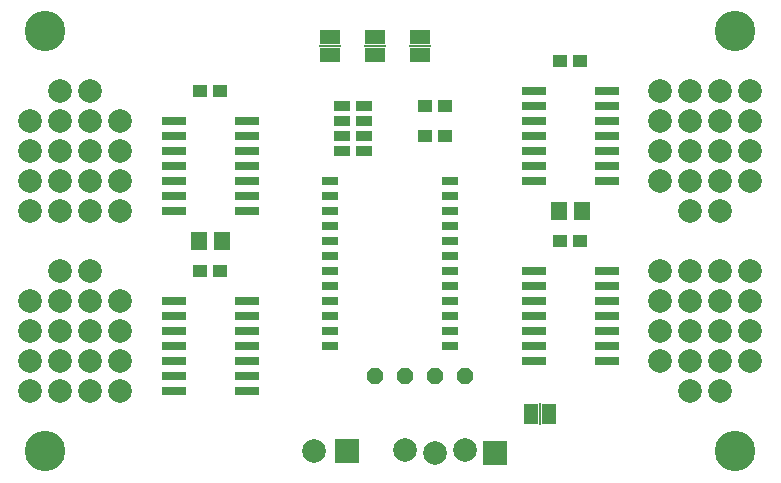
<source format=gbr>
G04 EAGLE Gerber RS-274X export*
G75*
%MOMM*%
%FSLAX34Y34*%
%LPD*%
%INSoldermask Top*%
%IPPOS*%
%AMOC8*
5,1,8,0,0,1.08239X$1,22.5*%
G01*
G04 Define Apertures*
%ADD10R,2.159000X0.787400*%
%ADD11C,2.006600*%
%ADD12R,2.006600X2.006600*%
%ADD13R,1.327000X0.927000*%
%ADD14R,1.727200X1.295400*%
%ADD15R,1.828800X0.152400*%
%ADD16R,1.295400X1.727200*%
%ADD17R,0.152400X1.828800*%
%ADD18R,1.227000X1.127000*%
%ADD19P,1.45711X8X22.5*%
%ADD20P,1.45711X8X202.5*%
%ADD21R,1.397000X0.762000*%
%ADD22R,1.427000X1.627000*%
%ADD23C,3.429000*%
D10*
X159766Y177800D03*
X221234Y177800D03*
X159766Y165100D03*
X159766Y152400D03*
X221234Y165100D03*
X221234Y152400D03*
X159766Y139700D03*
X221234Y139700D03*
X159766Y127000D03*
X159766Y114300D03*
X221234Y127000D03*
X221234Y114300D03*
X159766Y101600D03*
X221234Y101600D03*
X464566Y203200D03*
X526034Y203200D03*
X464566Y190500D03*
X464566Y177800D03*
X526034Y190500D03*
X526034Y177800D03*
X464566Y165100D03*
X526034Y165100D03*
X464566Y152400D03*
X464566Y139700D03*
X526034Y152400D03*
X526034Y139700D03*
X464566Y127000D03*
X526034Y127000D03*
D11*
X571500Y127000D03*
X596900Y127000D03*
X622300Y127000D03*
X647700Y127000D03*
D12*
X306070Y50800D03*
D11*
X278130Y50800D03*
X571500Y152400D03*
X596900Y152400D03*
X622300Y152400D03*
X647700Y152400D03*
X571500Y177800D03*
X596900Y177800D03*
X622300Y177800D03*
X647700Y177800D03*
X571500Y203200D03*
X596900Y203200D03*
X622300Y203200D03*
X647700Y203200D03*
X571500Y279400D03*
X596900Y279400D03*
X622300Y279400D03*
X647700Y279400D03*
X571500Y304800D03*
X596900Y304800D03*
X622300Y304800D03*
X647700Y304800D03*
X571500Y330200D03*
X596900Y330200D03*
X622300Y330200D03*
X647700Y330200D03*
X571500Y355600D03*
X596900Y355600D03*
X622300Y355600D03*
X647700Y355600D03*
D12*
X431800Y49530D03*
D11*
X406400Y52070D03*
X381000Y49530D03*
X355600Y52070D03*
D13*
X301625Y304800D03*
X301625Y317500D03*
X320675Y304800D03*
X320675Y317500D03*
X320675Y330200D03*
X320675Y342900D03*
X301625Y330200D03*
X301625Y342900D03*
D14*
X330200Y386080D03*
X330200Y401320D03*
D15*
X330200Y393700D03*
D14*
X368300Y386080D03*
X368300Y401320D03*
D15*
X368300Y393700D03*
D14*
X292100Y386080D03*
X292100Y401320D03*
D15*
X292100Y393700D03*
D16*
X477520Y82550D03*
X462280Y82550D03*
D17*
X469900Y82550D03*
D18*
X199000Y355600D03*
X182000Y355600D03*
X199000Y203200D03*
X182000Y203200D03*
X503800Y228600D03*
X486800Y228600D03*
D19*
X381000Y114300D03*
X406400Y114300D03*
D20*
X355600Y114300D03*
X330200Y114300D03*
D21*
X292100Y279400D03*
X292100Y266700D03*
X292100Y254000D03*
X292100Y241300D03*
X292100Y228600D03*
X292100Y215900D03*
X292100Y203200D03*
X292100Y190500D03*
X292100Y177800D03*
X292100Y165100D03*
X292100Y152400D03*
X292100Y139700D03*
X393700Y139700D03*
X393700Y152400D03*
X393700Y165100D03*
X393700Y177800D03*
X393700Y190500D03*
X393700Y203200D03*
X393700Y215900D03*
X393700Y228600D03*
X393700Y241300D03*
X393700Y254000D03*
X393700Y266700D03*
X393700Y279400D03*
D10*
X159766Y330200D03*
X221234Y330200D03*
X159766Y317500D03*
X159766Y304800D03*
X221234Y317500D03*
X221234Y304800D03*
X159766Y292100D03*
X221234Y292100D03*
X159766Y279400D03*
X159766Y266700D03*
X221234Y279400D03*
X221234Y266700D03*
X159766Y254000D03*
X221234Y254000D03*
X464566Y355600D03*
X526034Y355600D03*
X464566Y342900D03*
X464566Y330200D03*
X526034Y342900D03*
X526034Y330200D03*
X464566Y317500D03*
X526034Y317500D03*
X464566Y304800D03*
X464566Y292100D03*
X526034Y304800D03*
X526034Y292100D03*
X464566Y279400D03*
X526034Y279400D03*
D11*
X114300Y330200D03*
X88900Y330200D03*
X63500Y330200D03*
X38100Y330200D03*
X114300Y304800D03*
X88900Y304800D03*
X63500Y304800D03*
X38100Y304800D03*
X114300Y279400D03*
X88900Y279400D03*
X63500Y279400D03*
X38100Y279400D03*
X114300Y254000D03*
X88900Y254000D03*
X63500Y254000D03*
X38100Y254000D03*
X114300Y177800D03*
X88900Y177800D03*
X63500Y177800D03*
X38100Y177800D03*
X114300Y152400D03*
X88900Y152400D03*
X63500Y152400D03*
X38100Y152400D03*
X114300Y127000D03*
X88900Y127000D03*
X63500Y127000D03*
X38100Y127000D03*
X114300Y101600D03*
X88900Y101600D03*
X63500Y101600D03*
X38100Y101600D03*
D18*
X503800Y381000D03*
X486800Y381000D03*
X389500Y317500D03*
X372500Y317500D03*
X389500Y342900D03*
X372500Y342900D03*
D22*
X504800Y254000D03*
X485800Y254000D03*
X200000Y228600D03*
X181000Y228600D03*
D23*
X50800Y50800D03*
X635000Y50800D03*
X635000Y406400D03*
X50800Y406400D03*
D11*
X63500Y355600D03*
X88900Y355600D03*
X63500Y203200D03*
X88900Y203200D03*
X622300Y101600D03*
X596900Y101600D03*
X622300Y254000D03*
X596900Y254000D03*
M02*

</source>
